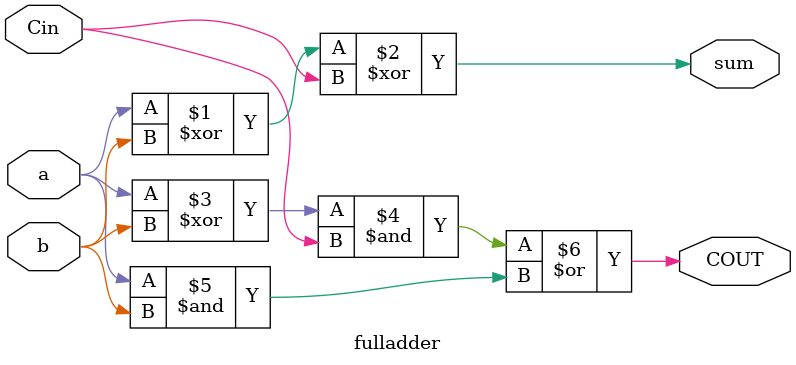
<source format=v>
module fulladder(a,b,Cin,sum,COUT);
input a,b,Cin;
output sum,COUT;
assign sum = a ^ b ^ Cin;
assign COUT = ( a ^ b) & Cin | (a & b);
endmodule

</source>
